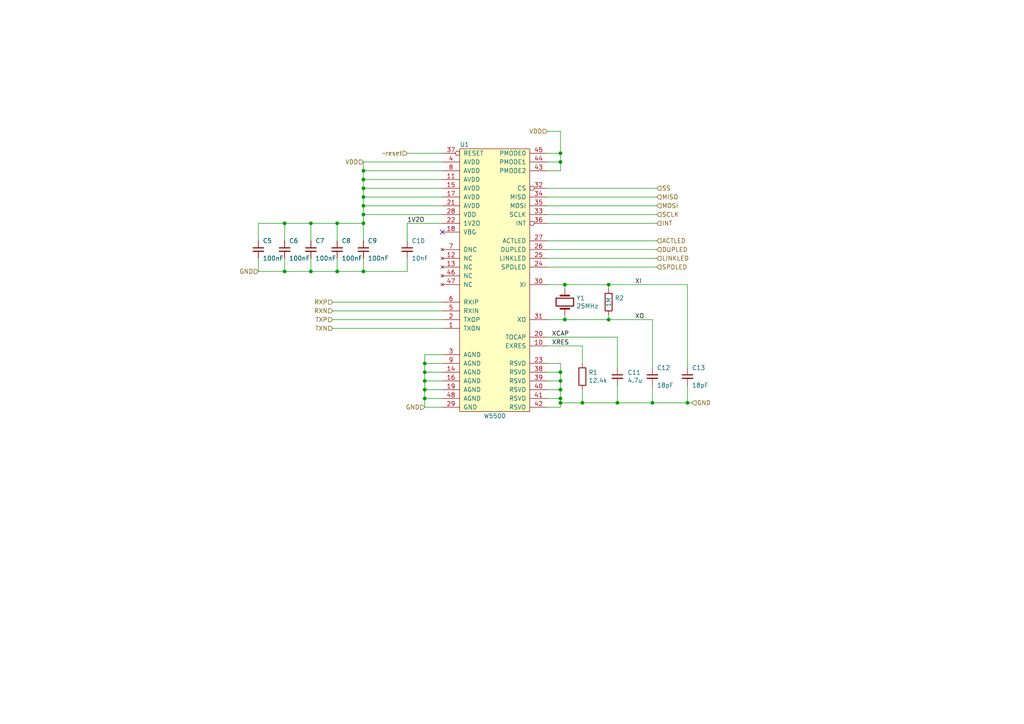
<source format=kicad_sch>
(kicad_sch (version 20211123) (generator eeschema)

  (uuid 97fe9c60-586f-4895-8504-4d3729f5f81a)

  (paper "A4")

  (lib_symbols
    (symbol "Device:C_Small" (pin_numbers hide) (pin_names (offset 0.254) hide) (in_bom yes) (on_board yes)
      (property "Reference" "C" (id 0) (at 0.254 1.778 0)
        (effects (font (size 1.27 1.27)) (justify left))
      )
      (property "Value" "C_Small" (id 1) (at 0.254 -2.032 0)
        (effects (font (size 1.27 1.27)) (justify left))
      )
      (property "Footprint" "" (id 2) (at 0 0 0)
        (effects (font (size 1.27 1.27)) hide)
      )
      (property "Datasheet" "~" (id 3) (at 0 0 0)
        (effects (font (size 1.27 1.27)) hide)
      )
      (property "ki_keywords" "capacitor cap" (id 4) (at 0 0 0)
        (effects (font (size 1.27 1.27)) hide)
      )
      (property "ki_description" "Unpolarized capacitor, small symbol" (id 5) (at 0 0 0)
        (effects (font (size 1.27 1.27)) hide)
      )
      (property "ki_fp_filters" "C_*" (id 6) (at 0 0 0)
        (effects (font (size 1.27 1.27)) hide)
      )
      (symbol "C_Small_0_1"
        (polyline
          (pts
            (xy -1.524 -0.508)
            (xy 1.524 -0.508)
          )
          (stroke (width 0.3302) (type default) (color 0 0 0 0))
          (fill (type none))
        )
        (polyline
          (pts
            (xy -1.524 0.508)
            (xy 1.524 0.508)
          )
          (stroke (width 0.3048) (type default) (color 0 0 0 0))
          (fill (type none))
        )
      )
      (symbol "C_Small_1_1"
        (pin passive line (at 0 2.54 270) (length 2.032)
          (name "~" (effects (font (size 1.27 1.27))))
          (number "1" (effects (font (size 1.27 1.27))))
        )
        (pin passive line (at 0 -2.54 90) (length 2.032)
          (name "~" (effects (font (size 1.27 1.27))))
          (number "2" (effects (font (size 1.27 1.27))))
        )
      )
    )
    (symbol "Device:Crystal" (pin_numbers hide) (pin_names (offset 1.016) hide) (in_bom yes) (on_board yes)
      (property "Reference" "Y" (id 0) (at 0 3.81 0)
        (effects (font (size 1.27 1.27)))
      )
      (property "Value" "Crystal" (id 1) (at 0 -3.81 0)
        (effects (font (size 1.27 1.27)))
      )
      (property "Footprint" "" (id 2) (at 0 0 0)
        (effects (font (size 1.27 1.27)) hide)
      )
      (property "Datasheet" "~" (id 3) (at 0 0 0)
        (effects (font (size 1.27 1.27)) hide)
      )
      (property "ki_keywords" "quartz ceramic resonator oscillator" (id 4) (at 0 0 0)
        (effects (font (size 1.27 1.27)) hide)
      )
      (property "ki_description" "Two pin crystal" (id 5) (at 0 0 0)
        (effects (font (size 1.27 1.27)) hide)
      )
      (property "ki_fp_filters" "Crystal*" (id 6) (at 0 0 0)
        (effects (font (size 1.27 1.27)) hide)
      )
      (symbol "Crystal_0_1"
        (rectangle (start -1.143 2.54) (end 1.143 -2.54)
          (stroke (width 0.3048) (type default) (color 0 0 0 0))
          (fill (type none))
        )
        (polyline
          (pts
            (xy -2.54 0)
            (xy -1.905 0)
          )
          (stroke (width 0) (type default) (color 0 0 0 0))
          (fill (type none))
        )
        (polyline
          (pts
            (xy -1.905 -1.27)
            (xy -1.905 1.27)
          )
          (stroke (width 0.508) (type default) (color 0 0 0 0))
          (fill (type none))
        )
        (polyline
          (pts
            (xy 1.905 -1.27)
            (xy 1.905 1.27)
          )
          (stroke (width 0.508) (type default) (color 0 0 0 0))
          (fill (type none))
        )
        (polyline
          (pts
            (xy 2.54 0)
            (xy 1.905 0)
          )
          (stroke (width 0) (type default) (color 0 0 0 0))
          (fill (type none))
        )
      )
      (symbol "Crystal_1_1"
        (pin passive line (at -3.81 0 0) (length 1.27)
          (name "1" (effects (font (size 1.27 1.27))))
          (number "1" (effects (font (size 1.27 1.27))))
        )
        (pin passive line (at 3.81 0 180) (length 1.27)
          (name "2" (effects (font (size 1.27 1.27))))
          (number "2" (effects (font (size 1.27 1.27))))
        )
      )
    )
    (symbol "Device:R" (pin_numbers hide) (pin_names (offset 0)) (in_bom yes) (on_board yes)
      (property "Reference" "R" (id 0) (at 2.032 0 90)
        (effects (font (size 1.27 1.27)))
      )
      (property "Value" "R" (id 1) (at 0 0 90)
        (effects (font (size 1.27 1.27)))
      )
      (property "Footprint" "" (id 2) (at -1.778 0 90)
        (effects (font (size 1.27 1.27)) hide)
      )
      (property "Datasheet" "~" (id 3) (at 0 0 0)
        (effects (font (size 1.27 1.27)) hide)
      )
      (property "ki_keywords" "R res resistor" (id 4) (at 0 0 0)
        (effects (font (size 1.27 1.27)) hide)
      )
      (property "ki_description" "Resistor" (id 5) (at 0 0 0)
        (effects (font (size 1.27 1.27)) hide)
      )
      (property "ki_fp_filters" "R_*" (id 6) (at 0 0 0)
        (effects (font (size 1.27 1.27)) hide)
      )
      (symbol "R_0_1"
        (rectangle (start -1.016 -2.54) (end 1.016 2.54)
          (stroke (width 0.254) (type default) (color 0 0 0 0))
          (fill (type none))
        )
      )
      (symbol "R_1_1"
        (pin passive line (at 0 3.81 270) (length 1.27)
          (name "~" (effects (font (size 1.27 1.27))))
          (number "1" (effects (font (size 1.27 1.27))))
        )
        (pin passive line (at 0 -3.81 90) (length 1.27)
          (name "~" (effects (font (size 1.27 1.27))))
          (number "2" (effects (font (size 1.27 1.27))))
        )
      )
    )
    (symbol "parts:W5500" (pin_names (offset 1.016)) (in_bom yes) (on_board yes)
      (property "Reference" "U" (id 0) (at -10.16 44.45 0)
        (effects (font (size 1.27 1.27)) (justify left))
      )
      (property "Value" "W5500" (id 1) (at 0 -34.29 0)
        (effects (font (size 1.27 1.27)))
      )
      (property "Footprint" "Housings_QFP:LQFP-48_7x7mm_Pitch0.5mm" (id 2) (at -10.16 49.53 0)
        (effects (font (size 1.27 1.27)) (justify left) hide)
      )
      (property "Datasheet" "http://wizwiki.net/wiki/lib/exe/fetch.php?media=products:w5500:w5500_ds_v108e.pdf" (id 3) (at -10.16 46.99 0)
        (effects (font (size 1.27 1.27)) (justify left) hide)
      )
      (property "DigiKey Part Number" "1278-1021-ND" (id 4) (at -10.16 52.07 0)
        (effects (font (size 1.27 1.27)) (justify left) hide)
      )
      (symbol "W5500_0_1"
        (rectangle (start -10.16 43.18) (end 10.16 -33.02)
          (stroke (width 0) (type default) (color 0 0 0 0))
          (fill (type background))
        )
      )
      (symbol "W5500_1_1"
        (pin output line (at -15.24 -8.89 0) (length 5.08)
          (name "TXON" (effects (font (size 1.27 1.27))))
          (number "1" (effects (font (size 1.27 1.27))))
        )
        (pin output line (at 15.24 -13.97 180) (length 5.08)
          (name "EXRES" (effects (font (size 1.27 1.27))))
          (number "10" (effects (font (size 1.27 1.27))))
        )
        (pin power_in line (at -15.24 34.29 0) (length 5.08)
          (name "AVDD" (effects (font (size 1.27 1.27))))
          (number "11" (effects (font (size 1.27 1.27))))
        )
        (pin no_connect line (at -15.24 11.43 0) (length 5.08)
          (name "NC" (effects (font (size 1.27 1.27))))
          (number "12" (effects (font (size 1.27 1.27))))
        )
        (pin no_connect line (at -15.24 8.89 0) (length 5.08)
          (name "NC" (effects (font (size 1.27 1.27))))
          (number "13" (effects (font (size 1.27 1.27))))
        )
        (pin power_in line (at -15.24 -21.59 0) (length 5.08)
          (name "AGND" (effects (font (size 1.27 1.27))))
          (number "14" (effects (font (size 1.27 1.27))))
        )
        (pin power_in line (at -15.24 31.75 0) (length 5.08)
          (name "AVDD" (effects (font (size 1.27 1.27))))
          (number "15" (effects (font (size 1.27 1.27))))
        )
        (pin power_in line (at -15.24 -24.13 0) (length 5.08)
          (name "AGND" (effects (font (size 1.27 1.27))))
          (number "16" (effects (font (size 1.27 1.27))))
        )
        (pin power_in line (at -15.24 29.21 0) (length 5.08)
          (name "AVDD" (effects (font (size 1.27 1.27))))
          (number "17" (effects (font (size 1.27 1.27))))
        )
        (pin power_out line (at -15.24 19.05 0) (length 5.08)
          (name "VBG" (effects (font (size 1.27 1.27))))
          (number "18" (effects (font (size 1.27 1.27))))
        )
        (pin power_in line (at -15.24 -26.67 0) (length 5.08)
          (name "AGND" (effects (font (size 1.27 1.27))))
          (number "19" (effects (font (size 1.27 1.27))))
        )
        (pin output line (at -15.24 -6.35 0) (length 5.08)
          (name "TXOP" (effects (font (size 1.27 1.27))))
          (number "2" (effects (font (size 1.27 1.27))))
        )
        (pin output line (at 15.24 -11.43 180) (length 5.08)
          (name "TOCAP" (effects (font (size 1.27 1.27))))
          (number "20" (effects (font (size 1.27 1.27))))
        )
        (pin power_in line (at -15.24 26.67 0) (length 5.08)
          (name "AVDD" (effects (font (size 1.27 1.27))))
          (number "21" (effects (font (size 1.27 1.27))))
        )
        (pin power_out line (at -15.24 21.59 0) (length 5.08)
          (name "1V2O" (effects (font (size 1.27 1.27))))
          (number "22" (effects (font (size 1.27 1.27))))
        )
        (pin unspecified line (at 15.24 -19.05 180) (length 5.08)
          (name "RSVD" (effects (font (size 1.27 1.27))))
          (number "23" (effects (font (size 1.27 1.27))))
        )
        (pin output line (at 15.24 8.89 180) (length 5.08)
          (name "SPDLED" (effects (font (size 1.27 1.27))))
          (number "24" (effects (font (size 1.27 1.27))))
        )
        (pin output line (at 15.24 11.43 180) (length 5.08)
          (name "LINKLED" (effects (font (size 1.27 1.27))))
          (number "25" (effects (font (size 1.27 1.27))))
        )
        (pin output line (at 15.24 13.97 180) (length 5.08)
          (name "DUPLED" (effects (font (size 1.27 1.27))))
          (number "26" (effects (font (size 1.27 1.27))))
        )
        (pin output line (at 15.24 16.51 180) (length 5.08)
          (name "ACTLED" (effects (font (size 1.27 1.27))))
          (number "27" (effects (font (size 1.27 1.27))))
        )
        (pin power_in line (at -15.24 24.13 0) (length 5.08)
          (name "VDD" (effects (font (size 1.27 1.27))))
          (number "28" (effects (font (size 1.27 1.27))))
        )
        (pin power_in line (at -15.24 -31.75 0) (length 5.08)
          (name "GND" (effects (font (size 1.27 1.27))))
          (number "29" (effects (font (size 1.27 1.27))))
        )
        (pin power_in line (at -15.24 -16.51 0) (length 5.08)
          (name "AGND" (effects (font (size 1.27 1.27))))
          (number "3" (effects (font (size 1.27 1.27))))
        )
        (pin input line (at 15.24 3.81 180) (length 5.08)
          (name "XI" (effects (font (size 1.27 1.27))))
          (number "30" (effects (font (size 1.27 1.27))))
        )
        (pin input line (at 15.24 -6.35 180) (length 5.08)
          (name "XO" (effects (font (size 1.27 1.27))))
          (number "31" (effects (font (size 1.27 1.27))))
        )
        (pin input inverted (at 15.24 31.75 180) (length 5.08)
          (name "CS" (effects (font (size 1.27 1.27))))
          (number "32" (effects (font (size 1.27 1.27))))
        )
        (pin input line (at 15.24 24.13 180) (length 5.08)
          (name "SCLK" (effects (font (size 1.27 1.27))))
          (number "33" (effects (font (size 1.27 1.27))))
        )
        (pin output line (at 15.24 29.21 180) (length 5.08)
          (name "MISO" (effects (font (size 1.27 1.27))))
          (number "34" (effects (font (size 1.27 1.27))))
        )
        (pin input line (at 15.24 26.67 180) (length 5.08)
          (name "MOSI" (effects (font (size 1.27 1.27))))
          (number "35" (effects (font (size 1.27 1.27))))
        )
        (pin output inverted (at 15.24 21.59 180) (length 5.08)
          (name "INT" (effects (font (size 1.27 1.27))))
          (number "36" (effects (font (size 1.27 1.27))))
        )
        (pin input inverted (at -15.24 41.91 0) (length 5.08)
          (name "RESET" (effects (font (size 1.27 1.27))))
          (number "37" (effects (font (size 1.27 1.27))))
        )
        (pin unspecified line (at 15.24 -21.59 180) (length 5.08)
          (name "RSVD" (effects (font (size 1.27 1.27))))
          (number "38" (effects (font (size 1.27 1.27))))
        )
        (pin unspecified line (at 15.24 -24.13 180) (length 5.08)
          (name "RSVD" (effects (font (size 1.27 1.27))))
          (number "39" (effects (font (size 1.27 1.27))))
        )
        (pin power_in line (at -15.24 39.37 0) (length 5.08)
          (name "AVDD" (effects (font (size 1.27 1.27))))
          (number "4" (effects (font (size 1.27 1.27))))
        )
        (pin unspecified line (at 15.24 -26.67 180) (length 5.08)
          (name "RSVD" (effects (font (size 1.27 1.27))))
          (number "40" (effects (font (size 1.27 1.27))))
        )
        (pin unspecified line (at 15.24 -29.21 180) (length 5.08)
          (name "RSVD" (effects (font (size 1.27 1.27))))
          (number "41" (effects (font (size 1.27 1.27))))
        )
        (pin unspecified line (at 15.24 -31.75 180) (length 5.08)
          (name "RSVD" (effects (font (size 1.27 1.27))))
          (number "42" (effects (font (size 1.27 1.27))))
        )
        (pin input line (at 15.24 36.83 180) (length 5.08)
          (name "PMODE2" (effects (font (size 1.27 1.27))))
          (number "43" (effects (font (size 1.27 1.27))))
        )
        (pin input line (at 15.24 39.37 180) (length 5.08)
          (name "PMODE1" (effects (font (size 1.27 1.27))))
          (number "44" (effects (font (size 1.27 1.27))))
        )
        (pin input line (at 15.24 41.91 180) (length 5.08)
          (name "PMODE0" (effects (font (size 1.27 1.27))))
          (number "45" (effects (font (size 1.27 1.27))))
        )
        (pin no_connect line (at -15.24 6.35 0) (length 5.08)
          (name "NC" (effects (font (size 1.27 1.27))))
          (number "46" (effects (font (size 1.27 1.27))))
        )
        (pin no_connect line (at -15.24 3.81 0) (length 5.08)
          (name "NC" (effects (font (size 1.27 1.27))))
          (number "47" (effects (font (size 1.27 1.27))))
        )
        (pin power_in line (at -15.24 -29.21 0) (length 5.08)
          (name "AGND" (effects (font (size 1.27 1.27))))
          (number "48" (effects (font (size 1.27 1.27))))
        )
        (pin input line (at -15.24 -3.81 0) (length 5.08)
          (name "RXIN" (effects (font (size 1.27 1.27))))
          (number "5" (effects (font (size 1.27 1.27))))
        )
        (pin input line (at -15.24 -1.27 0) (length 5.08)
          (name "RXIP" (effects (font (size 1.27 1.27))))
          (number "6" (effects (font (size 1.27 1.27))))
        )
        (pin no_connect line (at -15.24 13.97 0) (length 5.08)
          (name "DNC" (effects (font (size 1.27 1.27))))
          (number "7" (effects (font (size 1.27 1.27))))
        )
        (pin power_in line (at -15.24 36.83 0) (length 5.08)
          (name "AVDD" (effects (font (size 1.27 1.27))))
          (number "8" (effects (font (size 1.27 1.27))))
        )
        (pin power_in line (at -15.24 -19.05 0) (length 5.08)
          (name "AGND" (effects (font (size 1.27 1.27))))
          (number "9" (effects (font (size 1.27 1.27))))
        )
      )
    )
  )

  (junction (at 162.56 46.99) (diameter 0) (color 0 0 0 0)
    (uuid 025f4754-ba45-4982-af60-ad28a75eb812)
  )
  (junction (at 123.19 113.03) (diameter 0) (color 0 0 0 0)
    (uuid 07e001c6-581f-49a2-9a26-726a242be3e0)
  )
  (junction (at 123.19 107.95) (diameter 0) (color 0 0 0 0)
    (uuid 19822050-0561-40c8-b6a4-ae2349ffa86d)
  )
  (junction (at 123.19 105.41) (diameter 0) (color 0 0 0 0)
    (uuid 1f4a8a1f-593b-4fd8-b80f-c4ed492bd86b)
  )
  (junction (at 90.17 78.74) (diameter 0) (color 0 0 0 0)
    (uuid 25e13b59-10ba-4907-aef3-db635cef4d94)
  )
  (junction (at 105.41 52.07) (diameter 0) (color 0 0 0 0)
    (uuid 330b3c32-638e-479c-b88b-2ccf9094af25)
  )
  (junction (at 105.41 57.15) (diameter 0) (color 0 0 0 0)
    (uuid 35037677-867b-46b1-8787-217a7d746ebb)
  )
  (junction (at 168.91 116.84) (diameter 0) (color 0 0 0 0)
    (uuid 38834e8a-8df3-4048-8a30-575636f9925a)
  )
  (junction (at 162.56 115.57) (diameter 0) (color 0 0 0 0)
    (uuid 3934f926-ab2f-4b7d-88c4-9974b9f365fb)
  )
  (junction (at 176.53 92.71) (diameter 0) (color 0 0 0 0)
    (uuid 437d105b-06fa-4b00-bd88-cd6425772457)
  )
  (junction (at 90.17 64.77) (diameter 0) (color 0 0 0 0)
    (uuid 5bed274e-95af-4053-8aa3-39064546a500)
  )
  (junction (at 105.41 49.53) (diameter 0) (color 0 0 0 0)
    (uuid 613065a6-1824-4db0-8f78-6dc8ff7b4afa)
  )
  (junction (at 105.41 78.74) (diameter 0) (color 0 0 0 0)
    (uuid 6bdbec25-8d81-4753-81bf-abe8299eab82)
  )
  (junction (at 105.41 64.77) (diameter 0) (color 0 0 0 0)
    (uuid 6cb32c32-a0c9-4276-a4ee-21c7e3b60ab9)
  )
  (junction (at 179.07 116.84) (diameter 0) (color 0 0 0 0)
    (uuid 797f7417-065c-4f27-9ada-a6fc7316f843)
  )
  (junction (at 163.83 92.71) (diameter 0) (color 0 0 0 0)
    (uuid 7aafd51f-54dc-4ae7-8428-e205cdd5dbe1)
  )
  (junction (at 176.53 82.55) (diameter 0) (color 0 0 0 0)
    (uuid 7b5a95bd-88f3-4596-a25d-088f949b5558)
  )
  (junction (at 105.41 59.69) (diameter 0) (color 0 0 0 0)
    (uuid 82dc45c6-60cb-4112-98f7-60f1fd9f8ab7)
  )
  (junction (at 82.55 78.74) (diameter 0) (color 0 0 0 0)
    (uuid 954657f2-ccdd-4b62-9c52-898615dd380b)
  )
  (junction (at 162.56 44.45) (diameter 0) (color 0 0 0 0)
    (uuid 98e21549-9a5a-4b2a-a4c4-fe4e798e9b73)
  )
  (junction (at 162.56 113.03) (diameter 0) (color 0 0 0 0)
    (uuid 9ccde898-47d8-45cd-846e-07a4ef2fe57f)
  )
  (junction (at 123.19 110.49) (diameter 0) (color 0 0 0 0)
    (uuid a1c34428-e385-44ea-af37-f1fffca8ce33)
  )
  (junction (at 163.83 82.55) (diameter 0) (color 0 0 0 0)
    (uuid af91054d-4242-4fc8-ad8e-c8c13d281a57)
  )
  (junction (at 162.56 107.95) (diameter 0) (color 0 0 0 0)
    (uuid afbc2b77-cd91-4e7e-a9f2-4c80242b0698)
  )
  (junction (at 105.41 62.23) (diameter 0) (color 0 0 0 0)
    (uuid b513a0b7-a412-4620-8a90-165aff53a15c)
  )
  (junction (at 97.79 64.77) (diameter 0) (color 0 0 0 0)
    (uuid b53136d7-595a-4631-97c8-559edc0abab6)
  )
  (junction (at 97.79 78.74) (diameter 0) (color 0 0 0 0)
    (uuid b70672e7-3a3b-40fc-8cfa-6cab52e36772)
  )
  (junction (at 189.23 116.84) (diameter 0) (color 0 0 0 0)
    (uuid c4133f48-ad8d-4f10-824a-7200b029fcd2)
  )
  (junction (at 105.41 54.61) (diameter 0) (color 0 0 0 0)
    (uuid cc8f0dec-45e1-4b87-8ce9-e4ff30d67326)
  )
  (junction (at 82.55 64.77) (diameter 0) (color 0 0 0 0)
    (uuid ceae8f28-ad1c-4092-8ce0-e4f13b4f752a)
  )
  (junction (at 123.19 115.57) (diameter 0) (color 0 0 0 0)
    (uuid d4859eeb-8a6c-42d4-be41-bc3a84238456)
  )
  (junction (at 162.56 116.84) (diameter 0) (color 0 0 0 0)
    (uuid e5fb42f7-1a58-4829-b743-515d32c7bb96)
  )
  (junction (at 199.39 116.84) (diameter 0) (color 0 0 0 0)
    (uuid ee0c028c-75a1-4003-a390-2ca77b88198f)
  )
  (junction (at 162.56 110.49) (diameter 0) (color 0 0 0 0)
    (uuid f2db2212-8030-49dd-9711-386cef5079fd)
  )

  (no_connect (at 128.27 67.31) (uuid 1e434b8f-8886-4877-9a98-29c1da32fec6))

  (wire (pts (xy 128.27 105.41) (xy 123.19 105.41))
    (stroke (width 0) (type default) (color 0 0 0 0))
    (uuid 014b0cfe-aadc-45c2-ba08-510b37fd8361)
  )
  (wire (pts (xy 162.56 49.53) (xy 158.75 49.53))
    (stroke (width 0) (type default) (color 0 0 0 0))
    (uuid 02a0483f-8eb8-417d-9f87-431d73cb6340)
  )
  (wire (pts (xy 162.56 115.57) (xy 162.56 113.03))
    (stroke (width 0) (type default) (color 0 0 0 0))
    (uuid 03e3cf87-d39b-4cee-9985-0ef6a97464ea)
  )
  (wire (pts (xy 128.27 64.77) (xy 118.11 64.77))
    (stroke (width 0) (type default) (color 0 0 0 0))
    (uuid 0be64d8a-8f6e-4328-95df-0f1cbbe99490)
  )
  (wire (pts (xy 128.27 113.03) (xy 123.19 113.03))
    (stroke (width 0) (type default) (color 0 0 0 0))
    (uuid 0d097421-a0c5-4647-bf62-af2ce539f56a)
  )
  (wire (pts (xy 105.41 57.15) (xy 105.41 54.61))
    (stroke (width 0) (type default) (color 0 0 0 0))
    (uuid 109292ef-061d-4dba-b557-617da8c4259e)
  )
  (wire (pts (xy 82.55 64.77) (xy 82.55 69.85))
    (stroke (width 0) (type default) (color 0 0 0 0))
    (uuid 146dd21a-45e5-4046-895b-d11829ac5c15)
  )
  (wire (pts (xy 123.19 113.03) (xy 123.19 115.57))
    (stroke (width 0) (type default) (color 0 0 0 0))
    (uuid 1508f1d0-e14d-4457-bf1a-9d7d46be4954)
  )
  (wire (pts (xy 158.75 64.77) (xy 190.5 64.77))
    (stroke (width 0) (type default) (color 0 0 0 0))
    (uuid 16e7f4bc-c0ac-47b7-85e0-5954899ac042)
  )
  (wire (pts (xy 179.07 111.76) (xy 179.07 116.84))
    (stroke (width 0) (type default) (color 0 0 0 0))
    (uuid 2384378b-8eb7-4912-b965-a1f5b45064d0)
  )
  (wire (pts (xy 163.83 92.71) (xy 163.83 91.44))
    (stroke (width 0) (type default) (color 0 0 0 0))
    (uuid 23d9876c-9c1c-4e69-81e0-418a7b9b8156)
  )
  (wire (pts (xy 158.75 107.95) (xy 162.56 107.95))
    (stroke (width 0) (type default) (color 0 0 0 0))
    (uuid 26cf7a19-e418-46b2-9508-b8c8b5b6f304)
  )
  (wire (pts (xy 158.75 92.71) (xy 163.83 92.71))
    (stroke (width 0) (type default) (color 0 0 0 0))
    (uuid 324ab83f-5e44-4ed2-9b62-345b75796455)
  )
  (wire (pts (xy 162.56 44.45) (xy 162.56 46.99))
    (stroke (width 0) (type default) (color 0 0 0 0))
    (uuid 32825ce3-46dd-4961-80ec-8858ef2dc661)
  )
  (wire (pts (xy 189.23 116.84) (xy 199.39 116.84))
    (stroke (width 0) (type default) (color 0 0 0 0))
    (uuid 3699ca33-909f-4d7d-90f2-4c15439bec2c)
  )
  (wire (pts (xy 128.27 57.15) (xy 105.41 57.15))
    (stroke (width 0) (type default) (color 0 0 0 0))
    (uuid 377640fa-9cde-4953-8364-b21728eb69a5)
  )
  (wire (pts (xy 118.11 74.93) (xy 118.11 78.74))
    (stroke (width 0) (type default) (color 0 0 0 0))
    (uuid 3941e6e9-54e1-404b-8834-750430f5ba5a)
  )
  (wire (pts (xy 199.39 116.84) (xy 200.66 116.84))
    (stroke (width 0) (type default) (color 0 0 0 0))
    (uuid 39930f50-0b9e-4b57-8cc1-73ed6d7b70d1)
  )
  (wire (pts (xy 118.11 44.45) (xy 128.27 44.45))
    (stroke (width 0) (type default) (color 0 0 0 0))
    (uuid 3f0bb12b-db64-458a-aed1-21bd6b80b873)
  )
  (wire (pts (xy 128.27 49.53) (xy 105.41 49.53))
    (stroke (width 0) (type default) (color 0 0 0 0))
    (uuid 43f3391a-0729-4bab-a5d9-5fbe18265f37)
  )
  (wire (pts (xy 199.39 111.76) (xy 199.39 116.84))
    (stroke (width 0) (type default) (color 0 0 0 0))
    (uuid 465814cb-03a5-4e09-ac69-bc7ba843ad49)
  )
  (wire (pts (xy 128.27 107.95) (xy 123.19 107.95))
    (stroke (width 0) (type default) (color 0 0 0 0))
    (uuid 4675ba42-4e6f-4b68-8fd4-0aa36efcb99b)
  )
  (wire (pts (xy 128.27 46.99) (xy 105.41 46.99))
    (stroke (width 0) (type default) (color 0 0 0 0))
    (uuid 47077c27-146a-406e-a83a-e467ee31c5e5)
  )
  (wire (pts (xy 74.93 64.77) (xy 74.93 69.85))
    (stroke (width 0) (type default) (color 0 0 0 0))
    (uuid 4b37bbea-ab66-4221-bc05-52004b2be448)
  )
  (wire (pts (xy 199.39 82.55) (xy 199.39 106.68))
    (stroke (width 0) (type default) (color 0 0 0 0))
    (uuid 4c99303f-ffc1-4ad9-aa26-af99f179c5f3)
  )
  (wire (pts (xy 168.91 116.84) (xy 179.07 116.84))
    (stroke (width 0) (type default) (color 0 0 0 0))
    (uuid 4d1e2a07-9abf-4bb3-8063-dc046c7d0e5e)
  )
  (wire (pts (xy 158.75 46.99) (xy 162.56 46.99))
    (stroke (width 0) (type default) (color 0 0 0 0))
    (uuid 4e8a9201-d80f-47eb-a84c-7a4cc8f6c8a4)
  )
  (wire (pts (xy 158.75 115.57) (xy 162.56 115.57))
    (stroke (width 0) (type default) (color 0 0 0 0))
    (uuid 51552404-fb28-4c38-9eb7-dd62f55de241)
  )
  (wire (pts (xy 162.56 118.11) (xy 162.56 116.84))
    (stroke (width 0) (type default) (color 0 0 0 0))
    (uuid 51825ccf-d4a3-436f-801e-307c105ab535)
  )
  (wire (pts (xy 123.19 107.95) (xy 123.19 110.49))
    (stroke (width 0) (type default) (color 0 0 0 0))
    (uuid 543d0a47-2bf4-4c02-842c-8cf6e370dbad)
  )
  (wire (pts (xy 97.79 78.74) (xy 90.17 78.74))
    (stroke (width 0) (type default) (color 0 0 0 0))
    (uuid 568ebbd7-8bf6-447c-8db4-609c4ea230cf)
  )
  (wire (pts (xy 105.41 52.07) (xy 105.41 49.53))
    (stroke (width 0) (type default) (color 0 0 0 0))
    (uuid 580a5354-cf0a-4eee-b1e3-a7e1e2f69ea4)
  )
  (wire (pts (xy 128.27 95.25) (xy 96.52 95.25))
    (stroke (width 0) (type default) (color 0 0 0 0))
    (uuid 59cb69dd-490e-493b-862a-9924eb60b10f)
  )
  (wire (pts (xy 179.07 116.84) (xy 189.23 116.84))
    (stroke (width 0) (type default) (color 0 0 0 0))
    (uuid 5b2292e2-3940-4b57-b614-0ea33e0fc987)
  )
  (wire (pts (xy 158.75 72.39) (xy 190.5 72.39))
    (stroke (width 0) (type default) (color 0 0 0 0))
    (uuid 5f0bbb1b-072f-455a-b80b-371cb8f60edd)
  )
  (wire (pts (xy 105.41 54.61) (xy 105.41 52.07))
    (stroke (width 0) (type default) (color 0 0 0 0))
    (uuid 64aae406-c192-48ac-9d28-fd597e20800b)
  )
  (wire (pts (xy 158.75 110.49) (xy 162.56 110.49))
    (stroke (width 0) (type default) (color 0 0 0 0))
    (uuid 6706d8fc-ce14-4981-a0d9-a88a3fbc3b21)
  )
  (wire (pts (xy 105.41 78.74) (xy 97.79 78.74))
    (stroke (width 0) (type default) (color 0 0 0 0))
    (uuid 688511d3-631d-49bb-be6c-ef964315a0a0)
  )
  (wire (pts (xy 97.79 64.77) (xy 97.79 69.85))
    (stroke (width 0) (type default) (color 0 0 0 0))
    (uuid 68b55295-fe67-43f3-942f-ec08960df788)
  )
  (wire (pts (xy 176.53 82.55) (xy 176.53 83.82))
    (stroke (width 0) (type default) (color 0 0 0 0))
    (uuid 6c308c8b-0904-449a-9612-5d51cca11a5f)
  )
  (wire (pts (xy 158.75 100.33) (xy 168.91 100.33))
    (stroke (width 0) (type default) (color 0 0 0 0))
    (uuid 6dd07dbc-24b7-4960-95f2-8ee9adbf89a6)
  )
  (wire (pts (xy 82.55 78.74) (xy 74.93 78.74))
    (stroke (width 0) (type default) (color 0 0 0 0))
    (uuid 74346443-1cb8-41ad-9627-42ca43062c5d)
  )
  (wire (pts (xy 189.23 111.76) (xy 189.23 116.84))
    (stroke (width 0) (type default) (color 0 0 0 0))
    (uuid 751493e4-473e-4130-86b9-71f12c79ac7e)
  )
  (wire (pts (xy 105.41 59.69) (xy 105.41 57.15))
    (stroke (width 0) (type default) (color 0 0 0 0))
    (uuid 7521c24b-3e52-4aea-b281-c499ff468703)
  )
  (wire (pts (xy 176.53 92.71) (xy 189.23 92.71))
    (stroke (width 0) (type default) (color 0 0 0 0))
    (uuid 786647ea-a572-46b0-b843-8c855785587a)
  )
  (wire (pts (xy 123.19 110.49) (xy 123.19 113.03))
    (stroke (width 0) (type default) (color 0 0 0 0))
    (uuid 7994df1b-b7c9-4229-b0e9-ce9cead9d0ac)
  )
  (wire (pts (xy 158.75 54.61) (xy 190.5 54.61))
    (stroke (width 0) (type default) (color 0 0 0 0))
    (uuid 7d751916-aaf3-4834-85cc-cf93e27d03da)
  )
  (wire (pts (xy 74.93 64.77) (xy 82.55 64.77))
    (stroke (width 0) (type default) (color 0 0 0 0))
    (uuid 85183f7f-bfb0-4b40-99b6-1fa2b31848de)
  )
  (wire (pts (xy 90.17 64.77) (xy 97.79 64.77))
    (stroke (width 0) (type default) (color 0 0 0 0))
    (uuid 89eedc24-8750-407f-90e4-18b136d8a245)
  )
  (wire (pts (xy 162.56 116.84) (xy 168.91 116.84))
    (stroke (width 0) (type default) (color 0 0 0 0))
    (uuid 903f7d8a-6476-463f-8052-e7a67ad22b9f)
  )
  (wire (pts (xy 162.56 105.41) (xy 158.75 105.41))
    (stroke (width 0) (type default) (color 0 0 0 0))
    (uuid 9078e01d-028f-4fd6-9cb8-38b56cd103e4)
  )
  (wire (pts (xy 123.19 115.57) (xy 123.19 118.11))
    (stroke (width 0) (type default) (color 0 0 0 0))
    (uuid 921db96a-83e8-4f88-b345-ce73121b4229)
  )
  (wire (pts (xy 82.55 74.93) (xy 82.55 78.74))
    (stroke (width 0) (type default) (color 0 0 0 0))
    (uuid 940c0dda-aafa-414f-9507-673ce18f0723)
  )
  (wire (pts (xy 168.91 113.03) (xy 168.91 116.84))
    (stroke (width 0) (type default) (color 0 0 0 0))
    (uuid 94ccca49-7d09-4857-8af7-4fa58d24c83d)
  )
  (wire (pts (xy 163.83 82.55) (xy 176.53 82.55))
    (stroke (width 0) (type default) (color 0 0 0 0))
    (uuid 94cf5330-f5f5-4760-810c-f0e8c85dc5ff)
  )
  (wire (pts (xy 90.17 74.93) (xy 90.17 78.74))
    (stroke (width 0) (type default) (color 0 0 0 0))
    (uuid 95ce4622-6a4c-4cc3-af45-b0d0f50bc85b)
  )
  (wire (pts (xy 128.27 62.23) (xy 105.41 62.23))
    (stroke (width 0) (type default) (color 0 0 0 0))
    (uuid 9663c51c-d106-4faa-9b95-970bda5e51fd)
  )
  (wire (pts (xy 162.56 113.03) (xy 162.56 110.49))
    (stroke (width 0) (type default) (color 0 0 0 0))
    (uuid 998d7a65-5db7-4799-aea1-031b970b4baa)
  )
  (wire (pts (xy 158.75 77.47) (xy 190.5 77.47))
    (stroke (width 0) (type default) (color 0 0 0 0))
    (uuid 9bf077ba-f978-499e-9c66-9547f43a3d00)
  )
  (wire (pts (xy 105.41 62.23) (xy 105.41 64.77))
    (stroke (width 0) (type default) (color 0 0 0 0))
    (uuid 9d785c27-c6b9-4bf1-b6f2-649a98ae94ae)
  )
  (wire (pts (xy 190.5 74.93) (xy 158.75 74.93))
    (stroke (width 0) (type default) (color 0 0 0 0))
    (uuid 9db8ef2d-6975-4ea9-b8b4-e75d6564a111)
  )
  (wire (pts (xy 162.56 116.84) (xy 162.56 115.57))
    (stroke (width 0) (type default) (color 0 0 0 0))
    (uuid a20c2995-5959-4390-b462-b7efd2219cfb)
  )
  (wire (pts (xy 105.41 74.93) (xy 105.41 78.74))
    (stroke (width 0) (type default) (color 0 0 0 0))
    (uuid a67eb00d-d025-4bc8-82bc-fea967489d6b)
  )
  (wire (pts (xy 162.56 110.49) (xy 162.56 107.95))
    (stroke (width 0) (type default) (color 0 0 0 0))
    (uuid aa86f8c5-d91d-4572-a803-8b23c510b7e6)
  )
  (wire (pts (xy 118.11 64.77) (xy 118.11 69.85))
    (stroke (width 0) (type default) (color 0 0 0 0))
    (uuid aad8c996-fc57-474a-b17a-675859f58b73)
  )
  (wire (pts (xy 176.53 92.71) (xy 176.53 91.44))
    (stroke (width 0) (type default) (color 0 0 0 0))
    (uuid ab26358a-5538-4cdd-85bf-855cbc22e941)
  )
  (wire (pts (xy 158.75 97.79) (xy 179.07 97.79))
    (stroke (width 0) (type default) (color 0 0 0 0))
    (uuid ab7a0473-213c-4afe-ba51-3f86bf32021c)
  )
  (wire (pts (xy 128.27 59.69) (xy 105.41 59.69))
    (stroke (width 0) (type default) (color 0 0 0 0))
    (uuid abfe2d16-5c1c-42e5-a5b8-7ee7611663a0)
  )
  (wire (pts (xy 190.5 62.23) (xy 158.75 62.23))
    (stroke (width 0) (type default) (color 0 0 0 0))
    (uuid ac1a91b6-0e9d-4b4d-90e7-4233a668c842)
  )
  (wire (pts (xy 128.27 115.57) (xy 123.19 115.57))
    (stroke (width 0) (type default) (color 0 0 0 0))
    (uuid ac66df4d-f82e-40a6-aca7-ea70d1e296f5)
  )
  (wire (pts (xy 90.17 64.77) (xy 90.17 69.85))
    (stroke (width 0) (type default) (color 0 0 0 0))
    (uuid b1ca761c-bdb8-419e-9337-ff282251cf3c)
  )
  (wire (pts (xy 123.19 102.87) (xy 123.19 105.41))
    (stroke (width 0) (type default) (color 0 0 0 0))
    (uuid b3b74159-32cf-457a-be4f-ee03f2c650b2)
  )
  (wire (pts (xy 96.52 87.63) (xy 128.27 87.63))
    (stroke (width 0) (type default) (color 0 0 0 0))
    (uuid b3ddac36-171d-4ded-afd2-b8c211ec19ed)
  )
  (wire (pts (xy 158.75 82.55) (xy 163.83 82.55))
    (stroke (width 0) (type default) (color 0 0 0 0))
    (uuid b62a1d59-30d5-407b-8374-bddde6b79791)
  )
  (wire (pts (xy 158.75 38.1) (xy 162.56 38.1))
    (stroke (width 0) (type default) (color 0 0 0 0))
    (uuid b663c1f7-5e30-4831-be41-d8eff10826c8)
  )
  (wire (pts (xy 158.75 44.45) (xy 162.56 44.45))
    (stroke (width 0) (type default) (color 0 0 0 0))
    (uuid b97c40d8-2dc6-4b97-922e-8c6a2e6079a0)
  )
  (wire (pts (xy 123.19 105.41) (xy 123.19 107.95))
    (stroke (width 0) (type default) (color 0 0 0 0))
    (uuid bae45d11-ecd8-461a-8fe4-6f49710045e3)
  )
  (wire (pts (xy 158.75 59.69) (xy 190.5 59.69))
    (stroke (width 0) (type default) (color 0 0 0 0))
    (uuid bd390507-6d17-4898-be2a-4dce96b0c7e8)
  )
  (wire (pts (xy 162.56 38.1) (xy 162.56 44.45))
    (stroke (width 0) (type default) (color 0 0 0 0))
    (uuid bec06390-6f82-4d38-8036-350182f59539)
  )
  (wire (pts (xy 158.75 118.11) (xy 162.56 118.11))
    (stroke (width 0) (type default) (color 0 0 0 0))
    (uuid c351a9a0-648a-467e-8eea-43e30e796738)
  )
  (wire (pts (xy 105.41 64.77) (xy 105.41 69.85))
    (stroke (width 0) (type default) (color 0 0 0 0))
    (uuid c37ccefc-bb90-4633-810b-61ae2533490e)
  )
  (wire (pts (xy 82.55 64.77) (xy 90.17 64.77))
    (stroke (width 0) (type default) (color 0 0 0 0))
    (uuid c5a9a9b1-c824-4e4c-92aa-ae01cc5e8bf5)
  )
  (wire (pts (xy 179.07 97.79) (xy 179.07 106.68))
    (stroke (width 0) (type default) (color 0 0 0 0))
    (uuid c689a66f-b11c-4ae1-b286-5175cdbd2711)
  )
  (wire (pts (xy 163.83 92.71) (xy 176.53 92.71))
    (stroke (width 0) (type default) (color 0 0 0 0))
    (uuid c8e60b1d-4ef6-4a4b-8e67-b8e35cc2a1a2)
  )
  (wire (pts (xy 162.56 107.95) (xy 162.56 105.41))
    (stroke (width 0) (type default) (color 0 0 0 0))
    (uuid d1ffa94c-d9dc-4641-9cdb-86643f2c6e00)
  )
  (wire (pts (xy 190.5 69.85) (xy 158.75 69.85))
    (stroke (width 0) (type default) (color 0 0 0 0))
    (uuid d2f20e5e-540b-49f2-b1bc-0921f65a3ce3)
  )
  (wire (pts (xy 105.41 62.23) (xy 105.41 59.69))
    (stroke (width 0) (type default) (color 0 0 0 0))
    (uuid d8a6ae8f-35c2-409f-8b3a-7e146b939429)
  )
  (wire (pts (xy 90.17 78.74) (xy 82.55 78.74))
    (stroke (width 0) (type default) (color 0 0 0 0))
    (uuid da50817e-65d9-42d9-af84-8d3585d8167b)
  )
  (wire (pts (xy 162.56 46.99) (xy 162.56 49.53))
    (stroke (width 0) (type default) (color 0 0 0 0))
    (uuid dcfbee30-51fc-41de-ad22-c95dfdd539c6)
  )
  (wire (pts (xy 97.79 74.93) (xy 97.79 78.74))
    (stroke (width 0) (type default) (color 0 0 0 0))
    (uuid e2a03a73-829c-4f03-a5bf-cb8adbf0b991)
  )
  (wire (pts (xy 74.93 74.93) (xy 74.93 78.74))
    (stroke (width 0) (type default) (color 0 0 0 0))
    (uuid eba6c7c9-2b53-47aa-ba6a-1a4a78635526)
  )
  (wire (pts (xy 128.27 102.87) (xy 123.19 102.87))
    (stroke (width 0) (type default) (color 0 0 0 0))
    (uuid ec0879b4-ba8a-4f47-85b1-ffa7b55ab339)
  )
  (wire (pts (xy 128.27 110.49) (xy 123.19 110.49))
    (stroke (width 0) (type default) (color 0 0 0 0))
    (uuid ec54237f-8ba5-4ae1-8688-75eba386abce)
  )
  (wire (pts (xy 168.91 100.33) (xy 168.91 105.41))
    (stroke (width 0) (type default) (color 0 0 0 0))
    (uuid edcb9883-4906-4d5a-9766-1496ddbf15d4)
  )
  (wire (pts (xy 128.27 118.11) (xy 123.19 118.11))
    (stroke (width 0) (type default) (color 0 0 0 0))
    (uuid ee9e1da7-ce77-4228-bc6c-43c1065d4261)
  )
  (wire (pts (xy 176.53 82.55) (xy 199.39 82.55))
    (stroke (width 0) (type default) (color 0 0 0 0))
    (uuid ef688f4b-4ee9-423d-b4d4-1fdd5659fa2d)
  )
  (wire (pts (xy 128.27 54.61) (xy 105.41 54.61))
    (stroke (width 0) (type default) (color 0 0 0 0))
    (uuid f0f7786c-2396-463f-88f8-b1cddbeea1ad)
  )
  (wire (pts (xy 96.52 92.71) (xy 128.27 92.71))
    (stroke (width 0) (type default) (color 0 0 0 0))
    (uuid f1833d58-da35-4040-8a0e-245c3733adf9)
  )
  (wire (pts (xy 189.23 92.71) (xy 189.23 106.68))
    (stroke (width 0) (type default) (color 0 0 0 0))
    (uuid f20c280d-fe8d-4bcb-903b-faa489931f38)
  )
  (wire (pts (xy 97.79 64.77) (xy 105.41 64.77))
    (stroke (width 0) (type default) (color 0 0 0 0))
    (uuid f2577a4a-26c1-4e96-a921-e3949434488a)
  )
  (wire (pts (xy 158.75 113.03) (xy 162.56 113.03))
    (stroke (width 0) (type default) (color 0 0 0 0))
    (uuid f46c5058-2c9d-4e4c-ab3a-bfd3e313f6d1)
  )
  (wire (pts (xy 128.27 90.17) (xy 96.52 90.17))
    (stroke (width 0) (type default) (color 0 0 0 0))
    (uuid f48aea05-4261-4c9a-86be-a1ec3115cd5f)
  )
  (wire (pts (xy 105.41 49.53) (xy 105.41 46.99))
    (stroke (width 0) (type default) (color 0 0 0 0))
    (uuid f8734a1c-b989-4ec9-a31e-e159ea628208)
  )
  (wire (pts (xy 163.83 82.55) (xy 163.83 83.82))
    (stroke (width 0) (type default) (color 0 0 0 0))
    (uuid f9ab7d77-acd0-4e1e-b19b-f2a817c5fa10)
  )
  (wire (pts (xy 105.41 78.74) (xy 118.11 78.74))
    (stroke (width 0) (type default) (color 0 0 0 0))
    (uuid fc1bb0cf-97d0-4727-9522-8bf7ed28c960)
  )
  (wire (pts (xy 190.5 57.15) (xy 158.75 57.15))
    (stroke (width 0) (type default) (color 0 0 0 0))
    (uuid fc8bf2e7-3820-42eb-bd30-bb8e77e1dba4)
  )
  (wire (pts (xy 128.27 52.07) (xy 105.41 52.07))
    (stroke (width 0) (type default) (color 0 0 0 0))
    (uuid fcdd0877-eaf1-491c-aeff-7729163896d9)
  )

  (label "XCAP" (at 160.02 97.79 0)
    (effects (font (size 1.27 1.27)) (justify left bottom))
    (uuid 0df556d9-ce32-4ed3-922b-d87ea511a735)
  )
  (label "XI" (at 184.15 82.55 0)
    (effects (font (size 1.27 1.27)) (justify left bottom))
    (uuid 3f1eb594-1302-470d-be92-5e35cf4cdf82)
  )
  (label "1V2O" (at 118.11 64.77 0)
    (effects (font (size 1.27 1.27)) (justify left bottom))
    (uuid 4f14a1c9-8209-4492-bdc0-521ed4d8ea77)
  )
  (label "XO" (at 184.15 92.71 0)
    (effects (font (size 1.27 1.27)) (justify left bottom))
    (uuid aa58ede2-966d-423e-84a5-69cb74c2b1c0)
  )
  (label "XRES" (at 160.02 100.33 0)
    (effects (font (size 1.27 1.27)) (justify left bottom))
    (uuid c24d8b5f-2fe9-424f-9582-cb3a064b2f65)
  )

  (hierarchical_label "LINKLED" (shape input) (at 190.5 74.93 0)
    (effects (font (size 1.27 1.27)) (justify left))
    (uuid 0d5d4f65-e687-4a6c-80d4-3b2669290530)
  )
  (hierarchical_label "VDD" (shape input) (at 105.41 46.99 180)
    (effects (font (size 1.27 1.27)) (justify right))
    (uuid 0f54db53-a272-4955-88fb-d7ab00657bb0)
  )
  (hierarchical_label "MISO" (shape input) (at 190.5 57.15 0)
    (effects (font (size 1.27 1.27)) (justify left))
    (uuid 17cb1053-282b-4210-a477-e7586dfd9bf8)
  )
  (hierarchical_label "~reset" (shape input) (at 118.11 44.45 180)
    (effects (font (size 1.27 1.27)) (justify right))
    (uuid 4b119116-b0cd-42e9-bd1b-7f71f9026dc1)
  )
  (hierarchical_label "SCLK" (shape input) (at 190.5 62.23 0)
    (effects (font (size 1.27 1.27)) (justify left))
    (uuid 57ece2ff-2ff7-4ebf-8cf7-6c60c0680c8a)
  )
  (hierarchical_label "SPDLED" (shape input) (at 190.5 77.47 0)
    (effects (font (size 1.27 1.27)) (justify left))
    (uuid 5df5295f-6bd5-42eb-a093-2f6e8f936efb)
  )
  (hierarchical_label "GND" (shape input) (at 123.19 118.11 180)
    (effects (font (size 1.27 1.27)) (justify right))
    (uuid 95d874c7-a626-4fcb-b7d6-ad4c67c89379)
  )
  (hierarchical_label "ACTLED" (shape input) (at 190.5 69.85 0)
    (effects (font (size 1.27 1.27)) (justify left))
    (uuid a92d49e3-adbf-452a-9731-42b22c889fde)
  )
  (hierarchical_label "GND" (shape input) (at 74.93 78.74 180)
    (effects (font (size 1.27 1.27)) (justify right))
    (uuid b88717bd-086f-46cd-9d3f-0396009d0996)
  )
  (hierarchical_label "TXP" (shape input) (at 96.52 92.71 180)
    (effects (font (size 1.27 1.27)) (justify right))
    (uuid b9cd5083-35b7-4825-b507-5e62dfe30344)
  )
  (hierarchical_label "VDD" (shape input) (at 158.75 38.1 180)
    (effects (font (size 1.27 1.27)) (justify right))
    (uuid bec44430-472d-4447-ad4b-e693a26b3ee0)
  )
  (hierarchical_label "RXP" (shape input) (at 96.52 87.63 180)
    (effects (font (size 1.27 1.27)) (justify right))
    (uuid c0dd6704-15b7-4ab3-9321-79f3b6d074dc)
  )
  (hierarchical_label "TXN" (shape input) (at 96.52 95.25 180)
    (effects (font (size 1.27 1.27)) (justify right))
    (uuid c3a7841a-e0c6-42f0-b8cf-d4212abf8c31)
  )
  (hierarchical_label "DUPLED" (shape input) (at 190.5 72.39 0)
    (effects (font (size 1.27 1.27)) (justify left))
    (uuid c625ff99-c606-4962-95f6-6ae7f8cd5fd1)
  )
  (hierarchical_label "RXN" (shape input) (at 96.52 90.17 180)
    (effects (font (size 1.27 1.27)) (justify right))
    (uuid c99917c9-ebbc-43d2-b0c0-ecab9967d279)
  )
  (hierarchical_label "SS" (shape input) (at 190.5 54.61 0)
    (effects (font (size 1.27 1.27)) (justify left))
    (uuid cc5b74c2-48b2-4176-ae08-2e40d1ce932a)
  )
  (hierarchical_label "MOSI" (shape input) (at 190.5 59.69 0)
    (effects (font (size 1.27 1.27)) (justify left))
    (uuid d6fd7593-6eab-4fb5-9980-a5964811ca23)
  )
  (hierarchical_label "GND" (shape input) (at 200.66 116.84 0)
    (effects (font (size 1.27 1.27)) (justify left))
    (uuid dd71841d-221b-4a36-8d74-20d72ddd76b8)
  )
  (hierarchical_label "INT" (shape input) (at 190.5 64.77 0)
    (effects (font (size 1.27 1.27)) (justify left))
    (uuid f534549d-a0fe-4f0a-9f0a-e54d08404c00)
  )

  (symbol (lib_id "Device:C_Small") (at 105.41 72.39 0) (unit 1)
    (in_bom yes) (on_board yes)
    (uuid 16bcb135-d5eb-4ac3-b110-1a6cba3f6be1)
    (property "Reference" "C9" (id 0) (at 106.68 69.85 0)
      (effects (font (size 1.27 1.27)) (justify left))
    )
    (property "Value" "100nF" (id 1) (at 106.68 74.93 0)
      (effects (font (size 1.27 1.27)) (justify left))
    )
    (property "Footprint" "Capacitor_SMD:C_0603_1608Metric" (id 2) (at 105.41 72.39 0)
      (effects (font (size 1.27 1.27)) hide)
    )
    (property "Datasheet" "~" (id 3) (at 105.41 72.39 0)
      (effects (font (size 1.27 1.27)) hide)
    )
    (property "DigiKey Part Number" "1276-1012-1-ND" (id 4) (at 105.41 72.39 0)
      (effects (font (size 1.27 1.27)) hide)
    )
    (pin "1" (uuid b2ef734a-6d88-4afa-a8e6-733b1fce39da))
    (pin "2" (uuid 4c5fc764-0f71-448b-af75-22d998a56a5a))
  )

  (symbol (lib_id "Device:C_Small") (at 179.07 109.22 0) (unit 1)
    (in_bom yes) (on_board yes)
    (uuid 2532354e-8749-450d-950b-21e1a6005c6c)
    (property "Reference" "C11" (id 0) (at 181.991 108.0516 0)
      (effects (font (size 1.27 1.27)) (justify left))
    )
    (property "Value" "4.7u" (id 1) (at 181.991 110.363 0)
      (effects (font (size 1.27 1.27)) (justify left))
    )
    (property "Footprint" "Capacitor_SMD:C_0603_1608Metric" (id 2) (at 179.07 109.22 0)
      (effects (font (size 1.27 1.27)) hide)
    )
    (property "Datasheet" "~" (id 3) (at 179.07 109.22 0)
      (effects (font (size 1.27 1.27)) hide)
    )
    (property "DigiKey Part Number" "1276-1907-1-ND" (id 4) (at 179.07 109.22 0)
      (effects (font (size 1.27 1.27)) hide)
    )
    (pin "1" (uuid 95c1a41b-b5fb-434d-ba76-14249698d0a5))
    (pin "2" (uuid eb2d397b-8009-4d38-a37d-8b83e294db1c))
  )

  (symbol (lib_id "Device:C_Small") (at 90.17 72.39 0) (unit 1)
    (in_bom yes) (on_board yes)
    (uuid 628bfb04-ce6f-4dc6-b293-7cc158e73676)
    (property "Reference" "C7" (id 0) (at 91.44 69.85 0)
      (effects (font (size 1.27 1.27)) (justify left))
    )
    (property "Value" "100nF" (id 1) (at 91.44 74.93 0)
      (effects (font (size 1.27 1.27)) (justify left))
    )
    (property "Footprint" "Capacitor_SMD:C_0603_1608Metric" (id 2) (at 90.17 72.39 0)
      (effects (font (size 1.27 1.27)) hide)
    )
    (property "Datasheet" "~" (id 3) (at 90.17 72.39 0)
      (effects (font (size 1.27 1.27)) hide)
    )
    (property "DigiKey Part Number" "1276-1012-1-ND" (id 4) (at 90.17 72.39 0)
      (effects (font (size 1.27 1.27)) hide)
    )
    (pin "1" (uuid 2b34e202-0b0d-48ab-9c72-f23a32bedaf5))
    (pin "2" (uuid acc9f8a9-c4c8-48e3-8539-3c30647ae400))
  )

  (symbol (lib_id "Device:R") (at 176.53 87.63 0) (unit 1)
    (in_bom yes) (on_board yes)
    (uuid 79970e2b-7dd4-4c5e-9ca0-cc9a12e7d4ae)
    (property "Reference" "R2" (id 0) (at 178.308 86.4616 0)
      (effects (font (size 1.27 1.27)) (justify left))
    )
    (property "Value" "1M" (id 1) (at 176.53 87.63 90))
    (property "Footprint" "Resistor_SMD:R_0603_1608Metric" (id 2) (at 174.752 87.63 90)
      (effects (font (size 1.27 1.27)) hide)
    )
    (property "Datasheet" "~" (id 3) (at 176.53 87.63 0)
      (effects (font (size 1.27 1.27)) hide)
    )
    (property "DigiKey Part Number" "311-1.0MGRCT-ND" (id 4) (at 176.53 87.63 0)
      (effects (font (size 1.27 1.27)) hide)
    )
    (pin "1" (uuid 96da4c0b-ced6-4944-b323-24739093f291))
    (pin "2" (uuid 1317d30b-d208-47db-b8c3-1d77c7eaf966))
  )

  (symbol (lib_id "parts:W5500") (at 143.51 86.36 0) (unit 1)
    (in_bom yes) (on_board yes)
    (uuid 814b55fd-66d1-4e6f-b5ef-ffdc821d4b27)
    (property "Reference" "U1" (id 0) (at 133.35 41.91 0)
      (effects (font (size 1.27 1.27)) (justify left))
    )
    (property "Value" "W5500" (id 1) (at 143.51 120.65 0))
    (property "Footprint" "Package_QFP:LQFP-48_7x7mm_P0.5mm" (id 2) (at 133.35 36.83 0)
      (effects (font (size 1.27 1.27)) (justify left) hide)
    )
    (property "Datasheet" "http://wizwiki.net/wiki/lib/exe/fetch.php?media=products:w5500:w5500_ds_v108e.pdf" (id 3) (at 133.35 39.37 0)
      (effects (font (size 1.27 1.27)) (justify left) hide)
    )
    (property "DigiKey Part Number" "1278-1021-ND" (id 4) (at 133.35 34.29 0)
      (effects (font (size 1.27 1.27)) (justify left) hide)
    )
    (pin "1" (uuid 4e2c9139-6e41-42ac-af1e-b709d528cd70))
    (pin "10" (uuid 4ec87348-146d-4f29-a7d4-31da2a999e2b))
    (pin "11" (uuid c36c115b-9a51-4766-a8dd-41e8699fb79d))
    (pin "12" (uuid dd39d426-c8f6-4c16-9896-6098ce72f07f))
    (pin "13" (uuid f5a68d4f-2b1a-436c-b0eb-626ff414d9d4))
    (pin "14" (uuid 6ebfd332-bb18-44c0-a209-381e0af5c58e))
    (pin "15" (uuid e60e81d1-1a76-403b-a669-30d647249d6f))
    (pin "16" (uuid 0b71f8d2-3097-4cea-abd6-6f18d197bcff))
    (pin "17" (uuid 570828c0-d606-41a0-b767-8b34cf9929e8))
    (pin "18" (uuid b7d484dc-2ae9-42cb-8bb2-ac486f5320bd))
    (pin "19" (uuid b01ace97-d129-4975-aa97-dd7df51450f2))
    (pin "2" (uuid 63ca8f93-2a42-420d-afa8-da533b728050))
    (pin "20" (uuid 9f1d7db3-2382-40b5-8b9b-c7170e864a26))
    (pin "21" (uuid 80d2d739-0b77-4ff1-87b5-c585c1a753fb))
    (pin "22" (uuid 805a568a-5c48-41c6-9705-9172c38bb893))
    (pin "23" (uuid b1ed3026-e403-4a36-97f4-63b9341050e7))
    (pin "24" (uuid 448af8fb-cb4a-4587-9455-da05d69115e6))
    (pin "25" (uuid 00f0d2a7-adac-4a52-8b0c-cb5abc901709))
    (pin "26" (uuid 15b49e6e-0e80-4708-8921-ba9c92cfe80d))
    (pin "27" (uuid cccb2227-9f9e-4532-b1f6-291ad9c9b584))
    (pin "28" (uuid 96ab3ce2-107a-4b18-bd35-d3413e7a6810))
    (pin "29" (uuid f2ef6c95-f12a-4cad-a863-b797ba2c8c8f))
    (pin "3" (uuid 303073b1-152b-4ab2-9068-af8ef40f9611))
    (pin "30" (uuid 157ec0e6-1420-4435-bd43-f1f4eebca671))
    (pin "31" (uuid 22c3b0ac-650d-499e-a409-14c2fa0ea7ef))
    (pin "32" (uuid 4058046b-a250-47ca-9809-3991d52b67f2))
    (pin "33" (uuid cc059509-5624-4c48-9cae-b415324969c0))
    (pin "34" (uuid 956f43ca-d962-4f66-809d-7ccdbee7cad2))
    (pin "35" (uuid 0f6346b2-7658-4e48-966f-3efbd180acd9))
    (pin "36" (uuid 32e7e7e4-f453-4990-af74-2d882b93879b))
    (pin "37" (uuid cfc8c45b-3cb7-4a91-92b1-f4e2b1f5bbde))
    (pin "38" (uuid a2652116-3816-479f-96f4-ee69574d0744))
    (pin "39" (uuid 6a0144b8-8f03-4b4c-bc37-09d4fa5e2c76))
    (pin "4" (uuid 4474f768-3051-4496-b48e-61d758453082))
    (pin "40" (uuid ae5e6671-178e-4d70-bcdc-eef75b4e0cd5))
    (pin "41" (uuid 5c845fb2-f39c-419d-9473-b93aa888ac32))
    (pin "42" (uuid 867fd039-a5e7-4873-baa1-c16f04d1db48))
    (pin "43" (uuid b97da0d1-933e-437b-b322-ba7a39e7315f))
    (pin "44" (uuid 499d5614-ed4b-4d70-aaa2-62a1b9024b94))
    (pin "45" (uuid 32a6bf49-47e6-483c-8b17-347c9dbf7788))
    (pin "46" (uuid 082325d1-f834-4f60-9a08-4c47d036250a))
    (pin "47" (uuid 50eeb416-08ed-451e-8770-e9c3916d71e8))
    (pin "48" (uuid 13b202e0-8ec7-4adc-8e6d-085f0774a69e))
    (pin "5" (uuid a0c68bf7-691f-488e-bc71-403cecec21a4))
    (pin "6" (uuid 68d79f59-914c-437e-87b6-b3fcc70fb337))
    (pin "7" (uuid fe1b2620-2cee-44ab-9836-da18956ca669))
    (pin "8" (uuid 815f7472-40cd-4f69-ab40-4bda3103e3c4))
    (pin "9" (uuid 2386660d-a64d-4a02-943b-5b0219f5e3f4))
  )

  (symbol (lib_id "Device:R") (at 168.91 109.22 0) (unit 1)
    (in_bom yes) (on_board yes)
    (uuid 9d937146-0136-4d65-a7d7-b36b255e2e4d)
    (property "Reference" "R1" (id 0) (at 170.688 108.0516 0)
      (effects (font (size 1.27 1.27)) (justify left))
    )
    (property "Value" "12.4k" (id 1) (at 170.688 110.363 0)
      (effects (font (size 1.27 1.27)) (justify left))
    )
    (property "Footprint" "Resistor_SMD:R_0603_1608Metric" (id 2) (at 167.132 109.22 90)
      (effects (font (size 1.27 1.27)) hide)
    )
    (property "Datasheet" "~" (id 3) (at 168.91 109.22 0)
      (effects (font (size 1.27 1.27)) hide)
    )
    (property "Tolerance" "±1%" (id 4) (at 168.91 109.22 0)
      (effects (font (size 1.27 1.27)) hide)
    )
    (property "DigiKey Part Number" "311-12.4KHRCT-ND " (id 5) (at 168.91 109.22 0)
      (effects (font (size 1.27 1.27)) hide)
    )
    (pin "1" (uuid 349645cf-b225-4231-9990-6e322ca59221))
    (pin "2" (uuid 9a66706f-6d9a-490f-bbbd-135f3a6df738))
  )

  (symbol (lib_id "Device:C_Small") (at 74.93 72.39 0) (unit 1)
    (in_bom yes) (on_board yes)
    (uuid 9f54cca1-2368-41c1-9bb4-a6039997fa3d)
    (property "Reference" "C5" (id 0) (at 76.2 69.85 0)
      (effects (font (size 1.27 1.27)) (justify left))
    )
    (property "Value" "100nF" (id 1) (at 76.2 74.93 0)
      (effects (font (size 1.27 1.27)) (justify left))
    )
    (property "Footprint" "Capacitor_SMD:C_0603_1608Metric" (id 2) (at 74.93 72.39 0)
      (effects (font (size 1.27 1.27)) hide)
    )
    (property "Datasheet" "~" (id 3) (at 74.93 72.39 0)
      (effects (font (size 1.27 1.27)) hide)
    )
    (property "DigiKey Part Number" "1276-1012-1-ND" (id 4) (at 74.93 72.39 0)
      (effects (font (size 1.27 1.27)) hide)
    )
    (pin "1" (uuid 404eba4f-65a0-4158-ba8b-9d251341b93c))
    (pin "2" (uuid d742a00b-10e4-4818-a4a8-f505c54c633e))
  )

  (symbol (lib_id "Device:C_Small") (at 97.79 72.39 0) (unit 1)
    (in_bom yes) (on_board yes)
    (uuid b329831a-a0b1-4ea7-9d90-ad1d9065e20d)
    (property "Reference" "C8" (id 0) (at 99.06 69.85 0)
      (effects (font (size 1.27 1.27)) (justify left))
    )
    (property "Value" "100nF" (id 1) (at 99.06 74.93 0)
      (effects (font (size 1.27 1.27)) (justify left))
    )
    (property "Footprint" "Capacitor_SMD:C_0603_1608Metric" (id 2) (at 97.79 72.39 0)
      (effects (font (size 1.27 1.27)) hide)
    )
    (property "Datasheet" "~" (id 3) (at 97.79 72.39 0)
      (effects (font (size 1.27 1.27)) hide)
    )
    (property "DigiKey Part Number" "1276-1012-1-ND" (id 4) (at 97.79 72.39 0)
      (effects (font (size 1.27 1.27)) hide)
    )
    (pin "1" (uuid 23bc30a6-7868-4438-b6e6-367aa20b55e1))
    (pin "2" (uuid 63487d49-6c2a-4ab5-a78f-fbf4d69ef393))
  )

  (symbol (lib_id "Device:C_Small") (at 189.23 109.22 0) (unit 1)
    (in_bom yes) (on_board yes)
    (uuid d6c8f921-dae6-47f5-9584-b961d8f837c1)
    (property "Reference" "C12" (id 0) (at 190.5 106.68 0)
      (effects (font (size 1.27 1.27)) (justify left))
    )
    (property "Value" "18pF" (id 1) (at 190.5 111.76 0)
      (effects (font (size 1.27 1.27)) (justify left))
    )
    (property "Footprint" "Capacitor_SMD:C_0603_1608Metric" (id 2) (at 189.23 109.22 0)
      (effects (font (size 1.27 1.27)) hide)
    )
    (property "Datasheet" "~" (id 3) (at 189.23 109.22 0)
      (effects (font (size 1.27 1.27)) hide)
    )
    (property "DigiKey Part Number" "1276-1089-1-ND" (id 4) (at 189.23 109.22 0)
      (effects (font (size 1.27 1.27)) hide)
    )
    (pin "1" (uuid fbad3f10-ab3f-4d70-89e7-f0377ce7f3e0))
    (pin "2" (uuid 37e748df-c7a7-4678-a791-898a11aa5837))
  )

  (symbol (lib_id "Device:C_Small") (at 199.39 109.22 0) (unit 1)
    (in_bom yes) (on_board yes)
    (uuid e613b457-b89d-4203-ba0a-1653426a7aab)
    (property "Reference" "C13" (id 0) (at 200.66 106.68 0)
      (effects (font (size 1.27 1.27)) (justify left))
    )
    (property "Value" "18pF" (id 1) (at 200.66 111.76 0)
      (effects (font (size 1.27 1.27)) (justify left))
    )
    (property "Footprint" "Capacitor_SMD:C_0603_1608Metric" (id 2) (at 199.39 109.22 0)
      (effects (font (size 1.27 1.27)) hide)
    )
    (property "Datasheet" "~" (id 3) (at 199.39 109.22 0)
      (effects (font (size 1.27 1.27)) hide)
    )
    (property "DigiKey Part Number" "1276-1089-1-ND" (id 4) (at 199.39 109.22 0)
      (effects (font (size 1.27 1.27)) hide)
    )
    (pin "1" (uuid 9aa71f47-ee91-4e2c-9d56-1611268aedd7))
    (pin "2" (uuid f895b8a8-6198-4f67-8658-4f167c98865a))
  )

  (symbol (lib_id "Device:C_Small") (at 118.11 72.39 0) (unit 1)
    (in_bom yes) (on_board yes)
    (uuid e65b701a-66aa-4abd-9032-6083d496c4ea)
    (property "Reference" "C10" (id 0) (at 119.38 69.85 0)
      (effects (font (size 1.27 1.27)) (justify left))
    )
    (property "Value" "10nF" (id 1) (at 119.38 74.93 0)
      (effects (font (size 1.27 1.27)) (justify left))
    )
    (property "Footprint" "Capacitor_SMD:C_0603_1608Metric" (id 2) (at 118.11 72.39 0)
      (effects (font (size 1.27 1.27)) hide)
    )
    (property "Datasheet" "~" (id 3) (at 118.11 72.39 0)
      (effects (font (size 1.27 1.27)) hide)
    )
    (property "DigiKey Part Number" "1276-1921-1-ND" (id 4) (at 118.11 72.39 0)
      (effects (font (size 1.27 1.27)) hide)
    )
    (pin "1" (uuid f4a12140-08c6-405d-9bdb-1ea6b7ff2948))
    (pin "2" (uuid 7a2b5dea-cdd5-4998-ae33-a32f8b482bc6))
  )

  (symbol (lib_id "Device:C_Small") (at 82.55 72.39 0) (unit 1)
    (in_bom yes) (on_board yes)
    (uuid edf3258f-0085-4343-b2e8-08b49b1aade5)
    (property "Reference" "C6" (id 0) (at 83.82 69.85 0)
      (effects (font (size 1.27 1.27)) (justify left))
    )
    (property "Value" "100nF" (id 1) (at 83.82 74.93 0)
      (effects (font (size 1.27 1.27)) (justify left))
    )
    (property "Footprint" "Capacitor_SMD:C_0603_1608Metric" (id 2) (at 82.55 72.39 0)
      (effects (font (size 1.27 1.27)) hide)
    )
    (property "Datasheet" "~" (id 3) (at 82.55 72.39 0)
      (effects (font (size 1.27 1.27)) hide)
    )
    (property "DigiKey Part Number" "1276-1012-1-ND" (id 4) (at 82.55 72.39 0)
      (effects (font (size 1.27 1.27)) hide)
    )
    (pin "1" (uuid e1815007-e1a6-41db-98f0-fe0a598baf08))
    (pin "2" (uuid 34c4c1ca-829b-464f-8606-88a984a2d12f))
  )

  (symbol (lib_id "Device:Crystal") (at 163.83 87.63 270) (unit 1)
    (in_bom yes) (on_board yes)
    (uuid fa151500-1f9e-4730-ab4e-8a7b20444761)
    (property "Reference" "Y1" (id 0) (at 167.1574 86.4616 90)
      (effects (font (size 1.27 1.27)) (justify left))
    )
    (property "Value" "25MHz" (id 1) (at 167.1574 88.773 90)
      (effects (font (size 1.27 1.27)) (justify left))
    )
    (property "Footprint" "Crystal:Crystal_SMD_5032-2Pin_5.0x3.2mm" (id 2) (at 163.83 87.63 0)
      (effects (font (size 1.27 1.27)) hide)
    )
    (property "Datasheet" "~" (id 3) (at 163.83 87.63 0)
      (effects (font (size 1.27 1.27)) hide)
    )
    (property "DigiKey Part Number" "CTX1175TR-ND" (id 4) (at 163.83 87.63 90)
      (effects (font (size 1.27 1.27)) hide)
    )
    (property "MPN" "445I23D25M00000" (id 5) (at 163.83 87.63 90)
      (effects (font (size 1.27 1.27)) hide)
    )
    (pin "1" (uuid d506e6ce-5890-4ac5-a76c-dee140d36875))
    (pin "2" (uuid 7bee351d-dee3-45fb-b4ea-22619b98910a))
  )
)

</source>
